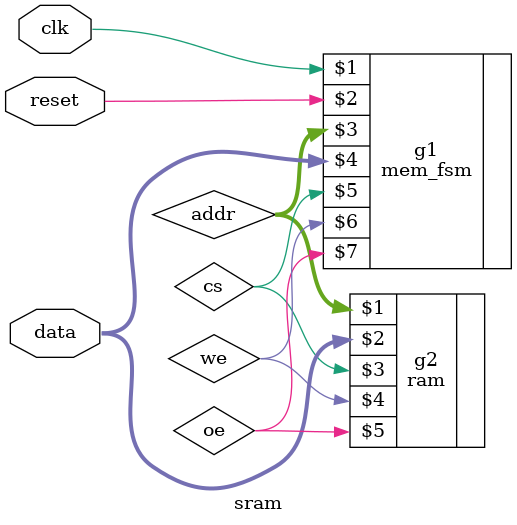
<source format=v>
`timescale 1ns / 1ps


module sram(clk, reset, data);
    input clk, reset;
    inout [3:0] data;
    wire cs, we, oe;
    wire [5:0] addr;
    
    mem_fsm g1(clk, reset, addr[5:0], data[3:0], cs, we, oe);
    ram g2(addr[5:0], data[3:0], cs, we, oe);    
endmodule

</source>
